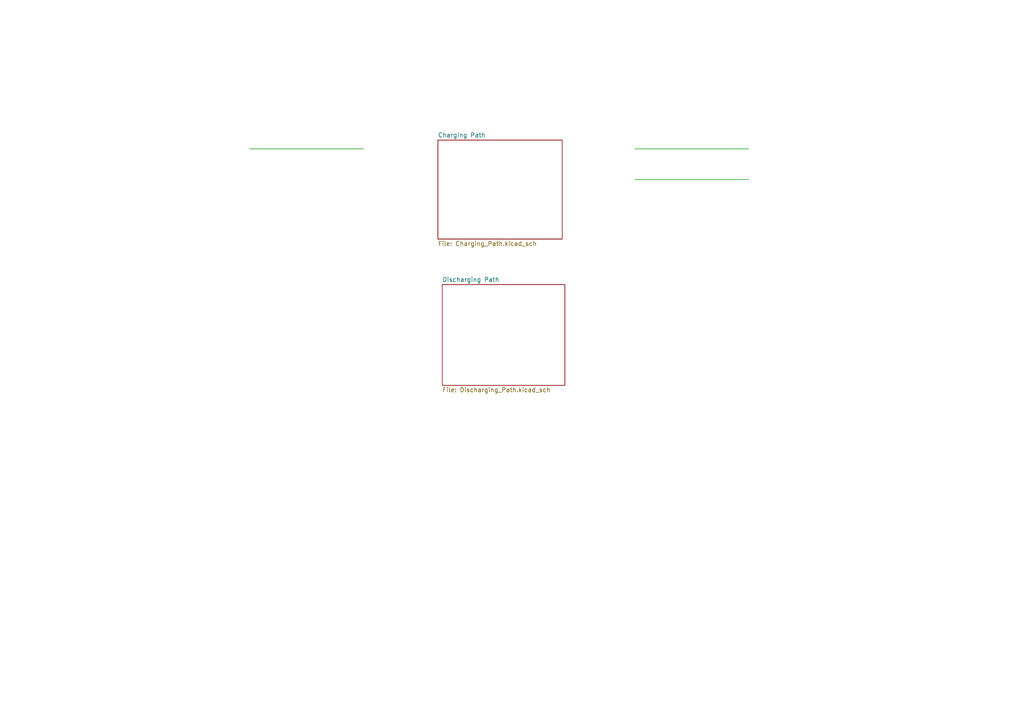
<source format=kicad_sch>
(kicad_sch
	(version 20231120)
	(generator "eeschema")
	(generator_version "8.0")
	(uuid "1d7ba292-033a-4505-8201-f0d97adf8194")
	(paper "A4")
	(lib_symbols)
	(wire
		(pts
			(xy 72.39 43.18) (xy 105.41 43.18)
		)
		(stroke
			(width 0)
			(type default)
		)
		(uuid "bfa72ddb-778b-439b-a776-8a28aa2bb504")
	)
	(wire
		(pts
			(xy 184.15 52.07) (xy 217.17 52.07)
		)
		(stroke
			(width 0)
			(type default)
		)
		(uuid "d2d1af6c-244e-427a-ad6b-858e606f203c")
	)
	(wire
		(pts
			(xy 184.15 43.18) (xy 217.17 43.18)
		)
		(stroke
			(width 0)
			(type default)
		)
		(uuid "d740952a-c648-4a7a-a74f-7c77906a7753")
	)
	(sheet
		(at 127 40.64)
		(size 36.068 28.702)
		(fields_autoplaced yes)
		(stroke
			(width 0.1524)
			(type solid)
		)
		(fill
			(color 0 0 0 0.0000)
		)
		(uuid "c74d0464-649d-4445-9653-196331dfc11c")
		(property "Sheetname" "Charging Path"
			(at 127 39.9284 0)
			(effects
				(font
					(size 1.27 1.27)
				)
				(justify left bottom)
			)
		)
		(property "Sheetfile" "Charging_Path.kicad_sch"
			(at 127 69.9266 0)
			(effects
				(font
					(size 1.27 1.27)
				)
				(justify left top)
			)
		)
		(instances
			(project "Anscer_Aux"
				(path "/d44f2983-207f-44ee-9882-f58ad50f0fb3/12abc178-0fb8-46e7-8904-0abe5fe853d5/79990085-322b-4e7f-aee1-d1b40be7ca67"
					(page "8")
				)
			)
		)
	)
	(sheet
		(at 128.27 82.55)
		(size 35.56 29.21)
		(fields_autoplaced yes)
		(stroke
			(width 0.1524)
			(type solid)
		)
		(fill
			(color 0 0 0 0.0000)
		)
		(uuid "eeb2c406-7662-4158-a2cd-a792ff6a86d7")
		(property "Sheetname" "Discharging Path"
			(at 128.27 81.8384 0)
			(effects
				(font
					(size 1.27 1.27)
				)
				(justify left bottom)
			)
		)
		(property "Sheetfile" "Discharging_Path.kicad_sch"
			(at 128.27 112.3446 0)
			(effects
				(font
					(size 1.27 1.27)
				)
				(justify left top)
			)
		)
		(instances
			(project "Anscer_Aux"
				(path "/d44f2983-207f-44ee-9882-f58ad50f0fb3/12abc178-0fb8-46e7-8904-0abe5fe853d5/79990085-322b-4e7f-aee1-d1b40be7ca67"
					(page "16")
				)
			)
		)
	)
)

</source>
